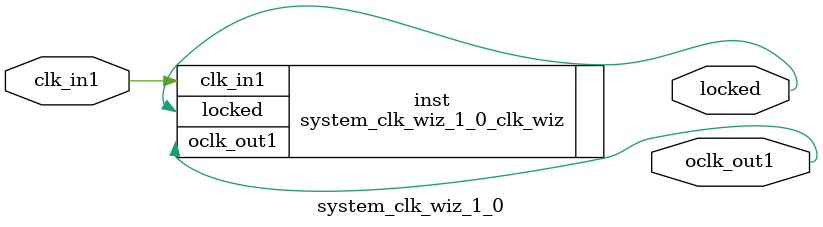
<source format=v>


`timescale 1ps/1ps

(* CORE_GENERATION_INFO = "system_clk_wiz_1_0,clk_wiz_v6_0_3_0_0,{component_name=system_clk_wiz_1_0,use_phase_alignment=true,use_min_o_jitter=false,use_max_i_jitter=false,use_dyn_phase_shift=false,use_inclk_switchover=false,use_dyn_reconfig=false,enable_axi=0,feedback_source=FDBK_AUTO,PRIMITIVE=MMCM,num_out_clk=1,clkin1_period=10.000,clkin2_period=10.000,use_power_down=false,use_reset=false,use_locked=true,use_inclk_stopped=false,feedback_type=SINGLE,CLOCK_MGR_TYPE=NA,manual_override=false}" *)

module system_clk_wiz_1_0 
 (
  // Clock out ports
  output        oclk_out1,
  // Status and control signals
  output        locked,
 // Clock in ports
  input         clk_in1
 );

  system_clk_wiz_1_0_clk_wiz inst
  (
  // Clock out ports  
  .oclk_out1(oclk_out1),
  // Status and control signals               
  .locked(locked),
 // Clock in ports
  .clk_in1(clk_in1)
  );

endmodule

</source>
